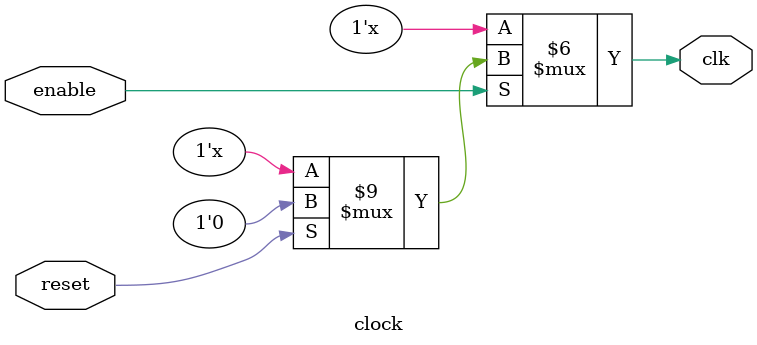
<source format=sv>
`ifndef CLOCK
`define CLOCK
`timescale 1ns/1ns

module clock # (
        parameter period = 10
    )
    (
        input enable, reset,
        output logic clk = 0
    );
   //
   //
   // ---------------- PORT DEFINITIONS ----------------
   //
    localparam half_period = period/2; //50% duty cycle

   //
   // ---------------- MODULE DESIGN IMPLEMENTATION ----------------
   //

   always begin
    #half_period;
    clk = ~clk; //toggle clock every half period
    if (reset) clk = 1'b0; //clock goes low on reset
    if (!enable) clk = 'bz; //clock goes hi z when disabled
  end

endmodule

`endif // CLOCK

</source>
